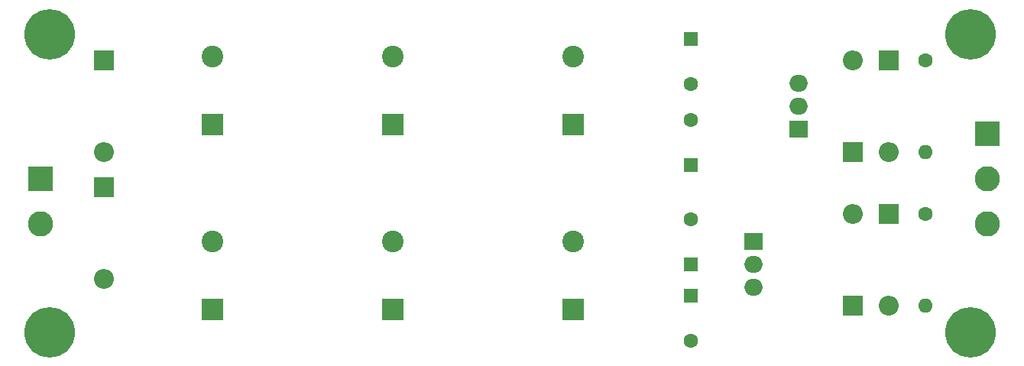
<source format=gbr>
%TF.GenerationSoftware,KiCad,Pcbnew,8.0.7*%
%TF.CreationDate,2025-01-29T21:02:38+10:00*%
%TF.ProjectId,MFOS_Power_Supply_PCB,4d464f53-5f50-46f7-9765-725f53757070,rev?*%
%TF.SameCoordinates,Original*%
%TF.FileFunction,Soldermask,Bot*%
%TF.FilePolarity,Negative*%
%FSLAX46Y46*%
G04 Gerber Fmt 4.6, Leading zero omitted, Abs format (unit mm)*
G04 Created by KiCad (PCBNEW 8.0.7) date 2025-01-29 21:02:38*
%MOMM*%
%LPD*%
G01*
G04 APERTURE LIST*
%ADD10C,3.600000*%
%ADD11C,5.600000*%
%ADD12R,2.400000X2.400000*%
%ADD13C,2.400000*%
%ADD14R,1.600000X1.600000*%
%ADD15C,1.600000*%
%ADD16O,1.600000X1.600000*%
%ADD17R,2.200000X2.200000*%
%ADD18O,2.200000X2.200000*%
%ADD19R,2.800000X2.800000*%
%ADD20C,2.800000*%
%ADD21R,2.000000X1.905000*%
%ADD22O,2.000000X1.905000*%
G04 APERTURE END LIST*
D10*
%TO.C,M4*%
X195000000Y-109000000D03*
D11*
X195000000Y-109000000D03*
%TD*%
D12*
%TO.C,C8*%
X151000000Y-106500000D03*
D13*
X151000000Y-99000000D03*
%TD*%
D14*
%TO.C,C7*%
X164000000Y-76500000D03*
D15*
X164000000Y-81500000D03*
%TD*%
%TO.C,R2*%
X190000000Y-95920000D03*
D16*
X190000000Y-106080000D03*
%TD*%
D12*
%TO.C,C6*%
X131000000Y-106500000D03*
D13*
X131000000Y-99000000D03*
%TD*%
D17*
%TO.C,D2*%
X99000000Y-78920000D03*
D18*
X99000000Y-89080000D03*
%TD*%
D17*
%TO.C,D3*%
X186000000Y-78920000D03*
D18*
X186000000Y-89080000D03*
%TD*%
D12*
%TO.C,C4*%
X111000000Y-106500000D03*
D13*
X111000000Y-99000000D03*
%TD*%
D14*
%TO.C,C5*%
X164000000Y-90500000D03*
D15*
X164000000Y-85500000D03*
%TD*%
D12*
%TO.C,C1*%
X111000000Y-86000000D03*
D13*
X111000000Y-78500000D03*
%TD*%
D15*
%TO.C,R1*%
X190000000Y-78920000D03*
D16*
X190000000Y-89080000D03*
%TD*%
D19*
%TO.C,J1*%
X92000000Y-92000000D03*
D20*
X92000000Y-97000000D03*
%TD*%
D21*
%TO.C,U1*%
X176000000Y-86540000D03*
D22*
X176000000Y-84000000D03*
X176000000Y-81460000D03*
%TD*%
D12*
%TO.C,C2*%
X131000000Y-86000000D03*
D13*
X131000000Y-78500000D03*
%TD*%
D10*
%TO.C,M3*%
X195000000Y-76000000D03*
D11*
X195000000Y-76000000D03*
%TD*%
D10*
%TO.C,M1*%
X93000000Y-76000000D03*
D11*
X93000000Y-76000000D03*
%TD*%
D17*
%TO.C,D4*%
X182000000Y-89080000D03*
D18*
X182000000Y-78920000D03*
%TD*%
D17*
%TO.C,D6*%
X182000000Y-106080000D03*
D18*
X182000000Y-95920000D03*
%TD*%
D17*
%TO.C,D5*%
X186000000Y-95920000D03*
D18*
X186000000Y-106080000D03*
%TD*%
D21*
%TO.C,U2*%
X171000000Y-99000000D03*
D22*
X171000000Y-101540000D03*
X171000000Y-104080000D03*
%TD*%
D17*
%TO.C,D1*%
X99000000Y-92920000D03*
D18*
X99000000Y-103080000D03*
%TD*%
D10*
%TO.C,M2*%
X93000000Y-109000000D03*
D11*
X93000000Y-109000000D03*
%TD*%
D19*
%TO.C,J2*%
X196905000Y-87000000D03*
D20*
X196905000Y-92000000D03*
X196905000Y-97000000D03*
%TD*%
D14*
%TO.C,C10*%
X164000000Y-101500000D03*
D15*
X164000000Y-96500000D03*
%TD*%
D14*
%TO.C,C9*%
X164000000Y-105000000D03*
D15*
X164000000Y-110000000D03*
%TD*%
D12*
%TO.C,C3*%
X151000000Y-86000000D03*
D13*
X151000000Y-78500000D03*
%TD*%
M02*

</source>
